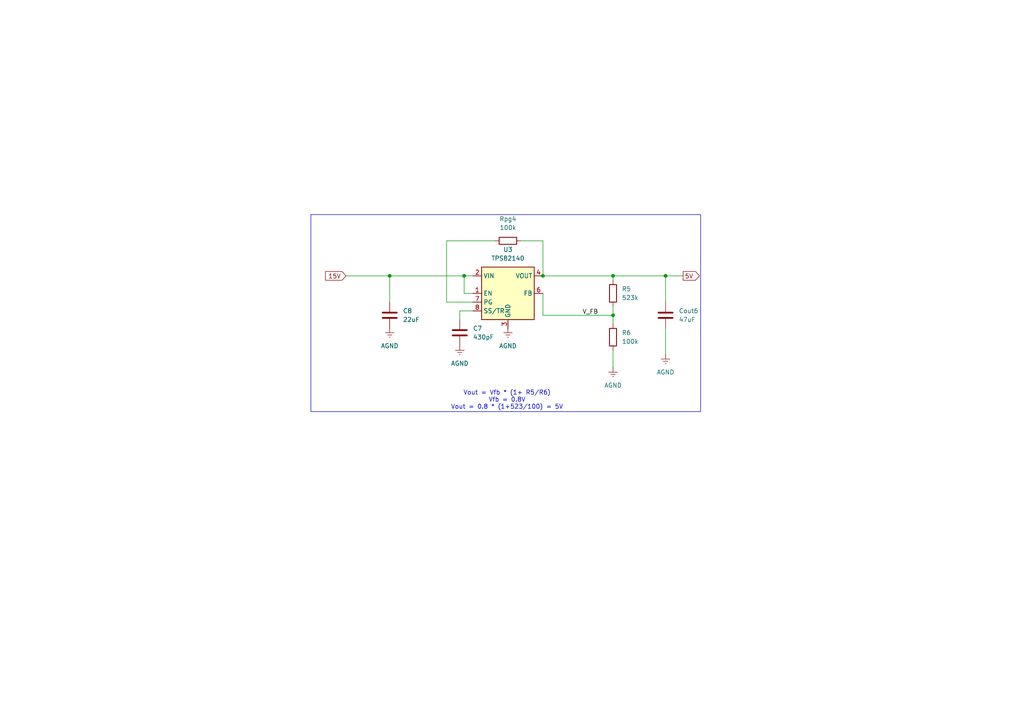
<source format=kicad_sch>
(kicad_sch (version 20231120) (generator "eeschema") (generator_version "8.0")
  (paper "A4")
  (title_block (company "Michael Meyers"))
  (lib_symbols
    (symbol "Device:C" (pin_numbers hide) (pin_names (offset 0.254))
      (property "Reference" "C" (at 0.635 2.54 0))
      (property "Value" "C" (at 0.635 -2.54 0))
      (symbol "C_0_1"
        (polyline (pts (xy -2.032 -0.762) (xy 2.032 -0.762)) (stroke (width 0.508)))
        (polyline (pts (xy -2.032 0.762) (xy 2.032 0.762)) (stroke (width 0.508)))
      )
      (symbol "C_1_1"
        (pin passive line (at 0 3.81 270) (length 2.794) (name "~") (number "1"))
        (pin passive line (at 0 -3.81 90) (length 2.794) (name "~") (number "2"))
      )
    )
    (symbol "Device:R" (pin_numbers hide) (pin_names (offset 0))
      (property "Reference" "R" (at 2.032 0 90))
      (property "Value" "R" (at 0 0 90))
      (symbol "R_0_1"
        (rectangle (start -1.016 -2.54) (end 1.016 2.54) (stroke (width 0.254)))
      )
      (symbol "R_1_1"
        (pin passive line (at 0 3.81 270) (length 1.27) (name "~") (number "1"))
        (pin passive line (at 0 -3.81 90) (length 1.27) (name "~") (number "2"))
      )
    )
    (symbol "Regulator_Switching:TPS82140"
      (property "Reference" "U" (at 1.27 11.43 0))
      (property "Value" "TPS82140" (at 5.08 8.89 0))
      (symbol "TPS82140_0_1"
        (rectangle (start -7.62 7.62) (end 7.62 -7.62) (stroke (width 0.254)) (fill (type background)))
      )
      (symbol "TPS82140_1_1"
        (pin input line (at -10.16 0 0) (length 2.54) (name "EN") (number "1"))
        (pin power_in line (at -10.16 5.08 0) (length 2.54) (name "VIN") (number "2"))
        (pin power_in line (at 0 -10.16 90) (length 2.54) (name "GND") (number "3"))
        (pin power_out line (at 10.16 5.08 180) (length 2.54) (name "VOUT") (number "4"))
        (pin passive line (at 10.16 5.08 180) (length 2.54) hide (name "VOUT") (number "5"))
        (pin input line (at 10.16 0 180) (length 2.54) (name "FB") (number "6"))
        (pin open_collector line (at -10.16 -2.54 0) (length 2.54) (name "PG") (number "7"))
        (pin input line (at -10.16 -5.08 0) (length 2.54) (name "SS/TR") (number "8"))
        (pin passive line (at 0 -10.16 90) (length 2.54) hide (name "GND") (number "9"))
      )
    )
    (symbol "power:Earth" (power) (pin_numbers hide) (pin_names (offset 0) hide)
      (property "Value" "Earth" (at 0 -3.81 0))
      (symbol "Earth_0_1"
        (polyline (pts (xy -0.635 -1.905) (xy 0.635 -1.905)))
        (polyline (pts (xy -0.127 -2.54) (xy 0.127 -2.54)))
        (polyline (pts (xy 0 -1.27) (xy 0 0)))
        (polyline (pts (xy 1.27 -1.27) (xy -1.27 -1.27)))
      )
      (symbol "Earth_1_1"
        (pin power_in line (at 0 0 270) (length 0) (name "~") (number "1"))
      )
    )
  )
  (junction (at 157.48 80.01))
  (junction (at 177.8 91.44))
  (junction (at 193.04 80.01))
  (junction (at 134.62 80.01))
  (junction (at 113.03 80.01))
  (junction (at 177.8 80.01))
  (wire (pts (xy 129.54 87.63) (xy 129.54 69.85)))
  (wire (pts (xy 193.04 95.25) (xy 193.04 102.87)))
  (wire (pts (xy 193.04 87.63) (xy 193.04 80.01)))
  (wire (pts (xy 134.62 80.01) (xy 137.16 80.01)))
  (wire (pts (xy 137.16 85.09) (xy 134.62 85.09)))
  (wire (pts (xy 177.8 80.01) (xy 193.04 80.01)))
  (wire (pts (xy 157.48 91.44) (xy 177.8 91.44)))
  (wire (pts (xy 129.54 69.85) (xy 143.51 69.85)))
  (wire (pts (xy 177.8 91.44) (xy 177.8 88.9)))
  (wire (pts (xy 134.62 85.09) (xy 134.62 80.01)))
  (wire (pts (xy 177.8 80.01) (xy 177.8 81.28)))
  (wire (pts (xy 113.03 80.01) (xy 113.03 87.63)))
  (wire (pts (xy 129.54 87.63) (xy 137.16 87.63)))
  (wire (pts (xy 177.8 91.44) (xy 177.8 93.98)))
  (wire (pts (xy 177.8 101.6) (xy 177.8 106.68)))
  (wire (pts (xy 100.33 80.01) (xy 113.03 80.01)))
  (wire (pts (xy 133.35 90.17) (xy 133.35 92.71)))
  (wire (pts (xy 157.48 85.09) (xy 157.48 91.44)))
  (wire (pts (xy 157.48 80.01) (xy 177.8 80.01)))
  (wire (pts (xy 193.04 80.01) (xy 198.12 80.01)))
  (wire (pts (xy 157.48 69.85) (xy 157.48 80.01)))
  (wire (pts (xy 137.16 90.17) (xy 133.35 90.17)))
  (wire (pts (xy 113.03 80.01) (xy 134.62 80.01)))
  (wire (pts (xy 151.13 69.85) (xy 157.48 69.85)))
  (rectangle (start 90.17 62.23) (end 203.2 119.38))
  (text "Vout = Vfb * (1+ R5/R6)\nVfb = 0.8V\nVout = 0.8 * (1+523/100) = 5V" (exclude_from_sim yes) (at 147.066 116.078 0) (effects (font (size 1.27 1.27))))
  (label "V_FB" (at 168.91 91.44 0))
  (global_label "5V" (shape output) (at 198.12 80.01 0) (property "Intersheetrefs" "${INTERSHEET_REFS}" (effects (hide yes))))
  (global_label "15V" (shape input) (at 100.33 80.01 180) (property "Intersheetrefs" "${INTERSHEET_REFS}" (effects (hide yes))))
  (symbol (lib_id "Device:C") (at 193.04 91.44 0) (unit 1)
    (property "Reference" "Cout6" (at 196.85 90.1699 0) (effects (justify left)))
    (property "Value" "47uF" (at 196.85 92.7099 0) (effects (justify left)))
    (property "Footprint" "Capacitor_SMD:C_0805_2012Metric" (effects (hide yes)))
    (property "Description" "Unpolarized capacitor" (effects (hide yes)))
  )
  (symbol (lib_id "power:Earth") (at 113.03 95.25 0) (unit 1)
    (property "Reference" "#PWR015" (effects (hide yes)))
    (property "Value" "AGND" (at 113.03 100.33 0))
    (property "Description" "Power symbol creates a global label with name \"Earth\"" (effects (hide yes)))
  )
  (symbol (lib_id "power:Earth") (at 147.32 95.25 0) (unit 1)
    (property "Reference" "#PWR013" (effects (hide yes)))
    (property "Value" "AGND" (at 147.32 100.33 0))
    (property "Description" "Power symbol creates a global label with name \"Earth\"" (effects (hide yes)))
  )
  (symbol (lib_id "power:Earth") (at 193.04 102.87 0) (unit 1)
    (property "Reference" "#PWR017" (effects (hide yes)))
    (property "Value" "AGND" (at 193.04 107.95 0))
    (property "Description" "Power symbol creates a global label with name \"Earth\"" (effects (hide yes)))
  )
  (symbol (lib_id "Device:R") (at 147.32 69.85 90) (unit 1)
    (property "Reference" "Rpg4" (at 147.32 63.5 90))
    (property "Value" "100k" (at 147.32 66.04 90))
    (property "Footprint" "Resistor_SMD:R_0805_2012Metric" (effects (hide yes)))
    (property "Description" "Resistor" (effects (hide yes)))
  )
  (symbol (lib_id "Device:C") (at 113.03 91.44 0) (unit 1)
    (property "Reference" "C8" (at 116.84 90.1699 0) (effects (justify left)))
    (property "Value" "22uF" (at 116.84 92.7099 0) (effects (justify left)))
    (property "Footprint" "Capacitor_SMD:C_0805_2012Metric" (effects (hide yes)))
    (property "Description" "Unpolarized capacitor" (effects (hide yes)))
  )
  (symbol (lib_id "Device:R") (at 177.8 85.09 0) (unit 1)
    (property "Reference" "R5" (at 180.34 83.8199 0) (effects (justify left)))
    (property "Value" "523k" (at 180.34 86.3599 0) (effects (justify left)))
    (property "Footprint" "Resistor_SMD:R_0805_2012Metric" (effects (hide yes)))
    (property "Description" "Resistor" (effects (hide yes)))
  )
  (symbol (lib_id "power:Earth") (at 133.35 100.33 0) (unit 1)
    (property "Reference" "#PWR014" (effects (hide yes)))
    (property "Value" "AGND" (at 133.35 105.41 0))
    (property "Description" "Power symbol creates a global label with name \"Earth\"" (effects (hide yes)))
  )
  (symbol (lib_id "Device:R") (at 177.8 97.79 0) (unit 1)
    (property "Reference" "R6" (at 180.34 96.5199 0) (effects (justify left)))
    (property "Value" "100k" (at 180.34 99.0599 0) (effects (justify left)))
    (property "Footprint" "Resistor_SMD:R_0805_2012Metric" (effects (hide yes)))
    (property "Description" "Resistor" (effects (hide yes)))
  )
  (symbol (lib_id "Regulator_Switching:TPS82140") (at 147.32 85.09 0) (unit 1)
    (property "Reference" "U3" (at 147.32 72.39 0))
    (property "Value" "TPS82140" (at 147.32 74.93 0))
    (property "Footprint" "Package_LGA:Texas_SIL0008D_MicroSiP-8-1EP_2.8x3mm_P0.65mm_EP1.1x1.9mm_ThermalVias" (effects (hide yes)))
    (property "Datasheet" "http://www.ti.com/lit/ds/symlink/tps82140.pdf" (effects (hide yes)))
    (property "Description" "17V Input 2A Step-Down Converter MicroSiP Module with Integrated Inductor, μSiL-8" (effects (hide yes)))
  )
  (symbol (lib_id "power:Earth") (at 177.8 106.68 0) (unit 1)
    (property "Reference" "#PWR016" (effects (hide yes)))
    (property "Value" "AGND" (at 177.8 111.76 0))
    (property "Description" "Power symbol creates a global label with name \"Earth\"" (effects (hide yes)))
  )
  (symbol (lib_id "Device:C") (at 133.35 96.52 0) (unit 1)
    (property "Reference" "C7" (at 137.16 95.2499 0) (effects (justify left)))
    (property "Value" "430pF" (at 137.16 97.7899 0) (effects (justify left)))
    (property "Footprint" "Capacitor_SMD:C_0402_1005Metric" (effects (hide yes)))
    (property "Description" "Unpolarized capacitor" (effects (hide yes)))
  )
)
</source>
